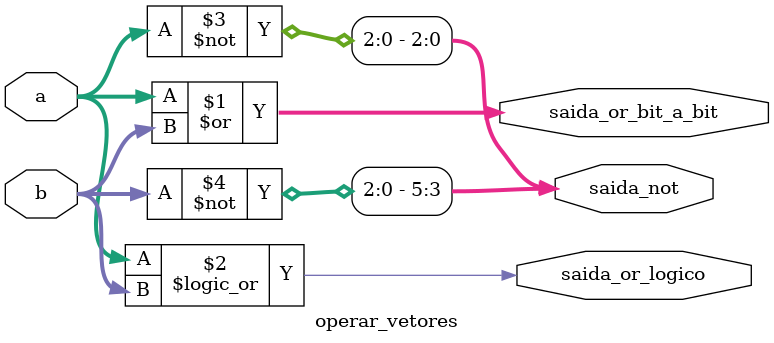
<source format=v>
module operar_vetores( 
    input [2:0] a,
    input [2:0] b,
    output [2:0] saida_or_bit_a_bit,
    output saida_or_logico,
    output [5:0] saida_not
);
	//insira seu código aqui

    assign saida_or_bit_a_bit = a | b; // bit a bit
    assign saida_or_logico = a || b; // Lógico
    assign saida_not = {~b, ~a};

endmodule
</source>
